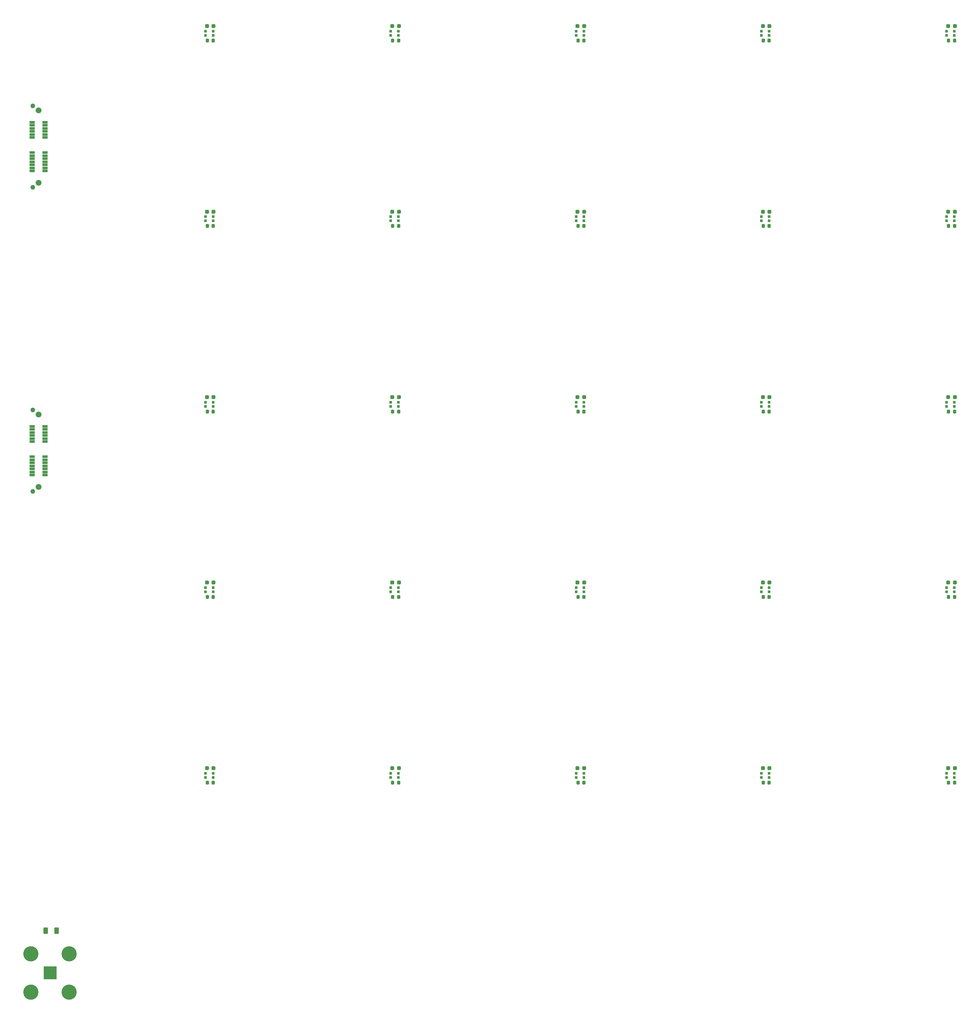
<source format=gbr>
%TF.GenerationSoftware,KiCad,Pcbnew,8.0.2-1*%
%TF.CreationDate,2024-10-01T13:51:40-04:00*%
%TF.ProjectId,OddLayers_1.3mm_SiPM,4f64644c-6179-4657-9273-5f312e336d6d,rev?*%
%TF.SameCoordinates,Original*%
%TF.FileFunction,Soldermask,Top*%
%TF.FilePolarity,Negative*%
%FSLAX46Y46*%
G04 Gerber Fmt 4.6, Leading zero omitted, Abs format (unit mm)*
G04 Created by KiCad (PCBNEW 8.0.2-1) date 2024-10-01 13:51:40*
%MOMM*%
%LPD*%
G01*
G04 APERTURE LIST*
G04 Aperture macros list*
%AMRoundRect*
0 Rectangle with rounded corners*
0 $1 Rounding radius*
0 $2 $3 $4 $5 $6 $7 $8 $9 X,Y pos of 4 corners*
0 Add a 4 corners polygon primitive as box body*
4,1,4,$2,$3,$4,$5,$6,$7,$8,$9,$2,$3,0*
0 Add four circle primitives for the rounded corners*
1,1,$1+$1,$2,$3*
1,1,$1+$1,$4,$5*
1,1,$1+$1,$6,$7*
1,1,$1+$1,$8,$9*
0 Add four rect primitives between the rounded corners*
20,1,$1+$1,$2,$3,$4,$5,0*
20,1,$1+$1,$4,$5,$6,$7,0*
20,1,$1+$1,$6,$7,$8,$9,0*
20,1,$1+$1,$8,$9,$2,$3,0*%
G04 Aperture macros list end*
%ADD10R,0.700000X0.700000*%
%ADD11RoundRect,0.237500X-0.287500X-0.237500X0.287500X-0.237500X0.287500X0.237500X-0.287500X0.237500X0*%
%ADD12RoundRect,0.225000X-0.225000X-0.250000X0.225000X-0.250000X0.225000X0.250000X-0.225000X0.250000X0*%
%ADD13C,1.270000*%
%ADD14RoundRect,0.102000X-0.600000X0.250000X-0.600000X-0.250000X0.600000X-0.250000X0.600000X0.250000X0*%
%ADD15C,1.552000*%
%ADD16RoundRect,0.250000X-0.312500X-0.625000X0.312500X-0.625000X0.312500X0.625000X-0.312500X0.625000X0*%
%ADD17R,3.500000X3.500000*%
%ADD18C,4.000000*%
G04 APERTURE END LIST*
D10*
%TO.C,REF\u002A\u002A34*%
X301152500Y-167250000D03*
X301152500Y-168350000D03*
D11*
X299525000Y-165915000D03*
X301275000Y-165915000D03*
D10*
X299127500Y-167250000D03*
D12*
X301175000Y-169700000D03*
D10*
X299127500Y-168350000D03*
D12*
X299625000Y-169700000D03*
%TD*%
D10*
%TO.C,REF\u002A\u002A40*%
X105952500Y-264850000D03*
X105952500Y-265950000D03*
D11*
X104325000Y-263515000D03*
X106075000Y-263515000D03*
D10*
X103927500Y-264850000D03*
D12*
X105975000Y-267300000D03*
D10*
X103927500Y-265950000D03*
D12*
X104425000Y-267300000D03*
%TD*%
D10*
%TO.C,REF\u002A\u002A30*%
X105952500Y-167250000D03*
X105952500Y-168350000D03*
D11*
X104325000Y-165915000D03*
X106075000Y-165915000D03*
D10*
X103927500Y-167250000D03*
D12*
X105975000Y-169700000D03*
D10*
X103927500Y-168350000D03*
D12*
X104425000Y-169700000D03*
%TD*%
D10*
%TO.C,REF\u002A\u002A24*%
X301152500Y-69650000D03*
X301152500Y-70750000D03*
D11*
X299525000Y-68315000D03*
X301275000Y-68315000D03*
D10*
X299127500Y-69650000D03*
D12*
X301175000Y-72100000D03*
D10*
X299127500Y-70750000D03*
D12*
X299625000Y-72100000D03*
%TD*%
D10*
%TO.C,REF\u002A\u002A43*%
X252352500Y-264850000D03*
X252352500Y-265950000D03*
D11*
X250725000Y-263515000D03*
X252475000Y-263515000D03*
D10*
X250327500Y-264850000D03*
D12*
X252375000Y-267300000D03*
D10*
X250327500Y-265950000D03*
D12*
X250825000Y-267300000D03*
%TD*%
D10*
%TO.C,REF\u002A\u002A38*%
X252352500Y-216050000D03*
X252352500Y-217150000D03*
D11*
X250725000Y-214715000D03*
X252475000Y-214715000D03*
D10*
X250327500Y-216050000D03*
D12*
X252375000Y-218500000D03*
D10*
X250327500Y-217150000D03*
D12*
X250825000Y-218500000D03*
%TD*%
D10*
%TO.C,REF\u002A\u002A22*%
X203552500Y-69650000D03*
X203552500Y-70750000D03*
D11*
X201925000Y-68315000D03*
X203675000Y-68315000D03*
D10*
X201527500Y-69650000D03*
D12*
X203575000Y-72100000D03*
D10*
X201527500Y-70750000D03*
D12*
X202025000Y-72100000D03*
%TD*%
D10*
%TO.C,REF\u002A\u002A28*%
X252352500Y-118450000D03*
X252352500Y-119550000D03*
D11*
X250725000Y-117115000D03*
X252475000Y-117115000D03*
D10*
X250327500Y-118450000D03*
D12*
X252375000Y-120900000D03*
D10*
X250327500Y-119550000D03*
D12*
X250825000Y-120900000D03*
%TD*%
D10*
%TO.C,REF\u002A\u002A23*%
X252352500Y-69650000D03*
X252352500Y-70750000D03*
D11*
X250725000Y-68315000D03*
X252475000Y-68315000D03*
D10*
X250327500Y-69650000D03*
D12*
X252375000Y-72100000D03*
D10*
X250327500Y-70750000D03*
D12*
X250825000Y-72100000D03*
%TD*%
D10*
%TO.C,REF\u002A\u002A32*%
X203552500Y-167250000D03*
X203552500Y-168350000D03*
D11*
X201925000Y-165915000D03*
X203675000Y-165915000D03*
D10*
X201527500Y-167250000D03*
D12*
X203575000Y-169700000D03*
D10*
X201527500Y-168350000D03*
D12*
X202025000Y-169700000D03*
%TD*%
D10*
%TO.C,REF\u002A\u002A44*%
X301152500Y-264850000D03*
X301152500Y-265950000D03*
D11*
X299525000Y-263515000D03*
X301275000Y-263515000D03*
D10*
X299127500Y-264850000D03*
D12*
X301175000Y-267300000D03*
D10*
X299127500Y-265950000D03*
D12*
X299625000Y-267300000D03*
%TD*%
D10*
%TO.C,REF\u002A\u002A26*%
X154752500Y-118450000D03*
X154752500Y-119550000D03*
D11*
X153125000Y-117115000D03*
X154875000Y-117115000D03*
D10*
X152727500Y-118450000D03*
D12*
X154775000Y-120900000D03*
D10*
X152727500Y-119550000D03*
D12*
X153225000Y-120900000D03*
%TD*%
D10*
%TO.C,REF\u002A\u002A36*%
X154752500Y-216050000D03*
X154752500Y-217150000D03*
D11*
X153125000Y-214715000D03*
X154875000Y-214715000D03*
D10*
X152727500Y-216050000D03*
D12*
X154775000Y-218500000D03*
D10*
X152727500Y-217150000D03*
D12*
X153225000Y-218500000D03*
%TD*%
D10*
%TO.C,REF\u002A\u002A20*%
X105952500Y-69650000D03*
X105952500Y-70750000D03*
D11*
X104325000Y-68315000D03*
X106075000Y-68315000D03*
D10*
X103927500Y-69650000D03*
D12*
X105975000Y-72100000D03*
D10*
X103927500Y-70750000D03*
D12*
X104425000Y-72100000D03*
%TD*%
D10*
%TO.C,REF\u002A\u002A25*%
X105952500Y-118450000D03*
X105952500Y-119550000D03*
D11*
X104325000Y-117115000D03*
X106075000Y-117115000D03*
D10*
X103927500Y-118450000D03*
D12*
X105975000Y-120900000D03*
D10*
X103927500Y-119550000D03*
D12*
X104425000Y-120900000D03*
%TD*%
D10*
%TO.C,REF\u002A\u002A37*%
X203552500Y-216050000D03*
X203552500Y-217150000D03*
D11*
X201925000Y-214715000D03*
X203675000Y-214715000D03*
D10*
X201527500Y-216050000D03*
D12*
X203575000Y-218500000D03*
D10*
X201527500Y-217150000D03*
D12*
X202025000Y-218500000D03*
%TD*%
D10*
%TO.C,REF\u002A\u002A31*%
X154752500Y-167250000D03*
X154752500Y-168350000D03*
D11*
X153125000Y-165915000D03*
X154875000Y-165915000D03*
D10*
X152727500Y-167250000D03*
D12*
X154775000Y-169700000D03*
D10*
X152727500Y-168350000D03*
D12*
X153225000Y-169700000D03*
%TD*%
D10*
%TO.C,REF\u002A\u002A27*%
X203552500Y-118450000D03*
X203552500Y-119550000D03*
D11*
X201925000Y-117115000D03*
X203675000Y-117115000D03*
D10*
X201527500Y-118450000D03*
D12*
X203575000Y-120900000D03*
D10*
X201527500Y-119550000D03*
D12*
X202025000Y-120900000D03*
%TD*%
D10*
%TO.C,REF\u002A\u002A41*%
X154752500Y-264850000D03*
X154752500Y-265950000D03*
D11*
X153125000Y-263515000D03*
X154875000Y-263515000D03*
D10*
X152727500Y-264850000D03*
D12*
X154775000Y-267300000D03*
D10*
X152727500Y-265950000D03*
D12*
X153225000Y-267300000D03*
%TD*%
D10*
%TO.C,REF\u002A\u002A29*%
X301152500Y-118450000D03*
X301152500Y-119550000D03*
D11*
X299525000Y-117115000D03*
X301275000Y-117115000D03*
D10*
X299127500Y-118450000D03*
D12*
X301175000Y-120900000D03*
D10*
X299127500Y-119550000D03*
D12*
X299625000Y-120900000D03*
%TD*%
D10*
%TO.C,REF\u002A\u002A21*%
X154752500Y-69650000D03*
X154752500Y-70750000D03*
D11*
X153125000Y-68315000D03*
X154875000Y-68315000D03*
D10*
X152727500Y-69650000D03*
D12*
X154775000Y-72100000D03*
D10*
X152727500Y-70750000D03*
D12*
X153225000Y-72100000D03*
%TD*%
D10*
%TO.C,REF\u002A\u002A42*%
X203552500Y-264850000D03*
X203552500Y-265950000D03*
D11*
X201925000Y-263515000D03*
X203675000Y-263515000D03*
D10*
X201527500Y-264850000D03*
D12*
X203575000Y-267300000D03*
D10*
X201527500Y-265950000D03*
D12*
X202025000Y-267300000D03*
%TD*%
D10*
%TO.C,REF\u002A\u002A35*%
X105952500Y-216050000D03*
X105952500Y-217150000D03*
D11*
X104325000Y-214715000D03*
X106075000Y-214715000D03*
D10*
X103927500Y-216050000D03*
D12*
X105975000Y-218500000D03*
D10*
X103927500Y-217150000D03*
D12*
X104425000Y-218500000D03*
%TD*%
D10*
%TO.C,REF\u002A\u002A39*%
X301152500Y-216050000D03*
X301152500Y-217150000D03*
D11*
X299525000Y-214715000D03*
X301275000Y-214715000D03*
D10*
X299127500Y-216050000D03*
D12*
X301175000Y-218500000D03*
D10*
X299127500Y-217150000D03*
D12*
X299625000Y-218500000D03*
%TD*%
D10*
%TO.C,REF\u002A\u002A33*%
X252352500Y-167250000D03*
X252352500Y-168350000D03*
D11*
X250725000Y-165915000D03*
X252475000Y-165915000D03*
D10*
X250327500Y-167250000D03*
D12*
X252375000Y-169700000D03*
D10*
X250327500Y-168350000D03*
D12*
X250825000Y-169700000D03*
%TD*%
D13*
%TO.C,REF\u002A\u002A*%
X58500000Y-89255000D03*
X58500000Y-110745000D03*
D14*
X58300000Y-93600000D03*
X61700000Y-93600000D03*
X58300000Y-94400000D03*
X61700000Y-94400000D03*
X58300000Y-95200000D03*
X61700000Y-95200000D03*
X58300000Y-96000000D03*
X61700000Y-96000000D03*
X58300000Y-96800000D03*
X61700000Y-96800000D03*
X58300000Y-97600000D03*
X61700000Y-97600000D03*
X58300000Y-101600000D03*
X61700000Y-101600000D03*
X58300000Y-102400000D03*
X61700000Y-102400000D03*
X58300000Y-103200000D03*
X61700000Y-103200000D03*
X58300000Y-104000000D03*
X61700000Y-104000000D03*
X58300000Y-104800000D03*
X61700000Y-104800000D03*
X58300000Y-105600000D03*
X61700000Y-105600000D03*
X58300000Y-106400000D03*
X61700000Y-106400000D03*
D15*
X60000000Y-90505000D03*
X60000000Y-109495000D03*
%TD*%
D13*
%TO.C,REF\u002A\u002A*%
X58500000Y-169255000D03*
X58500000Y-190745000D03*
D14*
X58300000Y-173600000D03*
X61700000Y-173600000D03*
X58300000Y-174400000D03*
X61700000Y-174400000D03*
X58300000Y-175200000D03*
X61700000Y-175200000D03*
X58300000Y-176000000D03*
X61700000Y-176000000D03*
X58300000Y-176800000D03*
X61700000Y-176800000D03*
X58300000Y-177600000D03*
X61700000Y-177600000D03*
X58300000Y-181600000D03*
X61700000Y-181600000D03*
X58300000Y-182400000D03*
X61700000Y-182400000D03*
X58300000Y-183200000D03*
X61700000Y-183200000D03*
X58300000Y-184000000D03*
X61700000Y-184000000D03*
X58300000Y-184800000D03*
X61700000Y-184800000D03*
X58300000Y-185600000D03*
X61700000Y-185600000D03*
X58300000Y-186400000D03*
X61700000Y-186400000D03*
D15*
X60000000Y-170505000D03*
X60000000Y-189495000D03*
%TD*%
D16*
%TO.C,50 \u03A9*%
X61837500Y-306300000D03*
X64762500Y-306300000D03*
%TD*%
D17*
%TO.C,LEDs*%
X63000000Y-317400000D03*
D18*
X57975000Y-322425000D03*
X68025000Y-322425000D03*
X57975000Y-312375000D03*
X68025000Y-312375000D03*
%TD*%
M02*

</source>
